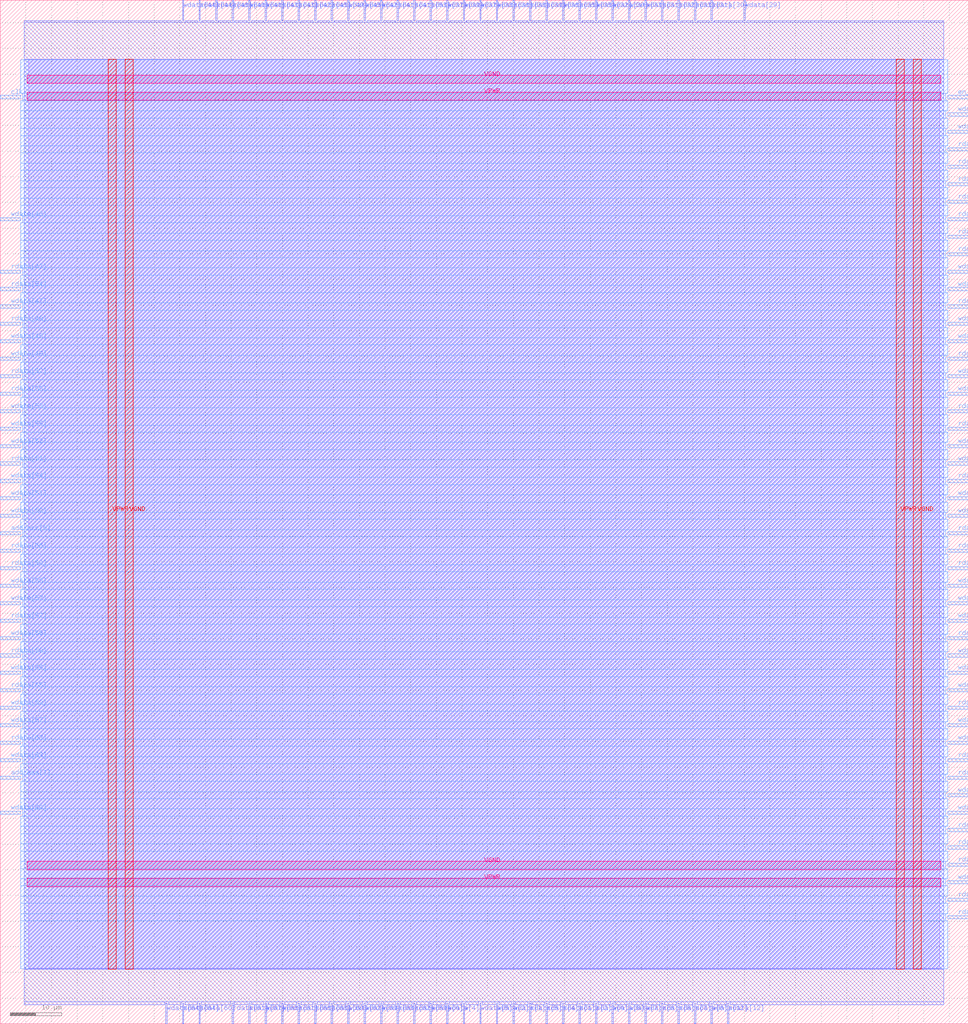
<source format=lef>
VERSION 5.7 ;
  NOWIREEXTENSIONATPIN ON ;
  DIVIDERCHAR "/" ;
  BUSBITCHARS "[]" ;
MACRO dff_ram_4x72
  CLASS BLOCK ;
  FOREIGN dff_ram_4x72 ;
  ORIGIN 0.000 0.000 ;
  SIZE 188.680 BY 199.400 ;
  PIN VGND
    DIRECTION INOUT ;
    USE GROUND ;
    PORT
      LAYER met4 ;
        RECT 24.340 10.640 25.940 187.920 ;
    END
    PORT
      LAYER met4 ;
        RECT 177.940 10.640 179.540 187.920 ;
    END
    PORT
      LAYER met5 ;
        RECT 5.280 30.030 183.320 31.630 ;
    END
    PORT
      LAYER met5 ;
        RECT 5.280 183.210 183.320 184.810 ;
    END
  END VGND
  PIN VPWR
    DIRECTION INOUT ;
    USE POWER ;
    PORT
      LAYER met4 ;
        RECT 21.040 10.640 22.640 187.920 ;
    END
    PORT
      LAYER met4 ;
        RECT 174.640 10.640 176.240 187.920 ;
    END
    PORT
      LAYER met5 ;
        RECT 5.280 26.730 183.320 28.330 ;
    END
    PORT
      LAYER met5 ;
        RECT 5.280 179.910 183.320 181.510 ;
    END
  END VPWR
  PIN address[0]
    DIRECTION INPUT ;
    USE SIGNAL ;
    ANTENNAGATEAREA 0.213000 ;
    PORT
      LAYER met3 ;
        RECT 0.000 95.240 4.000 95.840 ;
    END
  END address[0]
  PIN address[1]
    DIRECTION INPUT ;
    USE SIGNAL ;
    ANTENNAGATEAREA 0.213000 ;
    PORT
      LAYER met3 ;
        RECT 0.000 47.640 4.000 48.240 ;
    END
  END address[1]
  PIN clk
    DIRECTION INPUT ;
    USE SIGNAL ;
    ANTENNAGATEAREA 0.852000 ;
    PORT
      LAYER met3 ;
        RECT 0.000 180.240 4.000 180.840 ;
    END
  END clk
  PIN en_n
    DIRECTION INPUT ;
    USE SIGNAL ;
    ANTENNAGATEAREA 0.196500 ;
    PORT
      LAYER met3 ;
        RECT 184.680 180.240 188.680 180.840 ;
    END
  END en_n
  PIN rdata[0]
    DIRECTION OUTPUT TRISTATE ;
    USE SIGNAL ;
    ANTENNADIFFAREA 0.795200 ;
    PORT
      LAYER met2 ;
        RECT 116.010 0.000 116.290 4.000 ;
    END
  END rdata[0]
  PIN rdata[10]
    DIRECTION OUTPUT TRISTATE ;
    USE SIGNAL ;
    ANTENNADIFFAREA 0.445500 ;
    PORT
      LAYER met3 ;
        RECT 184.680 20.440 188.680 21.040 ;
    END
  END rdata[10]
  PIN rdata[11]
    DIRECTION OUTPUT TRISTATE ;
    USE SIGNAL ;
    ANTENNADIFFAREA 0.795200 ;
    PORT
      LAYER met3 ;
        RECT 184.680 47.640 188.680 48.240 ;
    END
  END rdata[11]
  PIN rdata[12]
    DIRECTION OUTPUT TRISTATE ;
    USE SIGNAL ;
    ANTENNADIFFAREA 0.795200 ;
    PORT
      LAYER met2 ;
        RECT 141.770 0.000 142.050 4.000 ;
    END
  END rdata[12]
  PIN rdata[13]
    DIRECTION OUTPUT TRISTATE ;
    USE SIGNAL ;
    ANTENNADIFFAREA 0.445500 ;
    PORT
      LAYER met3 ;
        RECT 184.680 30.640 188.680 31.240 ;
    END
  END rdata[13]
  PIN rdata[14]
    DIRECTION OUTPUT TRISTATE ;
    USE SIGNAL ;
    ANTENNADIFFAREA 0.795200 ;
    PORT
      LAYER met3 ;
        RECT 184.680 37.440 188.680 38.040 ;
    END
  END rdata[14]
  PIN rdata[15]
    DIRECTION OUTPUT TRISTATE ;
    USE SIGNAL ;
    ANTENNADIFFAREA 0.445500 ;
    PORT
      LAYER met3 ;
        RECT 184.680 51.040 188.680 51.640 ;
    END
  END rdata[15]
  PIN rdata[16]
    DIRECTION OUTPUT TRISTATE ;
    USE SIGNAL ;
    ANTENNADIFFAREA 0.795200 ;
    PORT
      LAYER met3 ;
        RECT 184.680 91.840 188.680 92.440 ;
    END
  END rdata[16]
  PIN rdata[17]
    DIRECTION OUTPUT TRISTATE ;
    USE SIGNAL ;
    ANTENNADIFFAREA 0.445500 ;
    PORT
      LAYER met3 ;
        RECT 184.680 34.040 188.680 34.640 ;
    END
  END rdata[17]
  PIN rdata[18]
    DIRECTION OUTPUT TRISTATE ;
    USE SIGNAL ;
    ANTENNADIFFAREA 0.445500 ;
    PORT
      LAYER met3 ;
        RECT 184.680 88.440 188.680 89.040 ;
    END
  END rdata[18]
  PIN rdata[19]
    DIRECTION OUTPUT TRISTATE ;
    USE SIGNAL ;
    ANTENNADIFFAREA 0.445500 ;
    PORT
      LAYER met3 ;
        RECT 184.680 23.840 188.680 24.440 ;
    END
  END rdata[19]
  PIN rdata[1]
    DIRECTION OUTPUT TRISTATE ;
    USE SIGNAL ;
    ANTENNADIFFAREA 0.795200 ;
    PORT
      LAYER met2 ;
        RECT 109.570 0.000 109.850 4.000 ;
    END
  END rdata[1]
  PIN rdata[20]
    DIRECTION OUTPUT TRISTATE ;
    USE SIGNAL ;
    ANTENNADIFFAREA 0.795200 ;
    PORT
      LAYER met3 ;
        RECT 184.680 170.040 188.680 170.640 ;
    END
  END rdata[20]
  PIN rdata[21]
    DIRECTION OUTPUT TRISTATE ;
    USE SIGNAL ;
    ANTENNADIFFAREA 0.795200 ;
    PORT
      LAYER met3 ;
        RECT 184.680 119.040 188.680 119.640 ;
    END
  END rdata[21]
  PIN rdata[22]
    DIRECTION OUTPUT TRISTATE ;
    USE SIGNAL ;
    ANTENNADIFFAREA 0.445500 ;
    PORT
      LAYER met3 ;
        RECT 184.680 139.440 188.680 140.040 ;
    END
  END rdata[22]
  PIN rdata[23]
    DIRECTION OUTPUT TRISTATE ;
    USE SIGNAL ;
    ANTENNADIFFAREA 0.445500 ;
    PORT
      LAYER met3 ;
        RECT 184.680 166.640 188.680 167.240 ;
    END
  END rdata[23]
  PIN rdata[24]
    DIRECTION OUTPUT TRISTATE ;
    USE SIGNAL ;
    ANTENNADIFFAREA 0.445500 ;
    PORT
      LAYER met3 ;
        RECT 184.680 115.640 188.680 116.240 ;
    END
  END rdata[24]
  PIN rdata[25]
    DIRECTION OUTPUT TRISTATE ;
    USE SIGNAL ;
    ANTENNADIFFAREA 0.795200 ;
    PORT
      LAYER met3 ;
        RECT 184.680 149.640 188.680 150.240 ;
    END
  END rdata[25]
  PIN rdata[26]
    DIRECTION OUTPUT TRISTATE ;
    USE SIGNAL ;
    ANTENNADIFFAREA 0.445500 ;
    PORT
      LAYER met3 ;
        RECT 184.680 163.240 188.680 163.840 ;
    END
  END rdata[26]
  PIN rdata[27]
    DIRECTION OUTPUT TRISTATE ;
    USE SIGNAL ;
    ANTENNADIFFAREA 0.795200 ;
    PORT
      LAYER met3 ;
        RECT 184.680 153.040 188.680 153.640 ;
    END
  END rdata[27]
  PIN rdata[28]
    DIRECTION OUTPUT TRISTATE ;
    USE SIGNAL ;
    ANTENNADIFFAREA 0.795200 ;
    PORT
      LAYER met3 ;
        RECT 184.680 159.840 188.680 160.440 ;
    END
  END rdata[28]
  PIN rdata[29]
    DIRECTION OUTPUT TRISTATE ;
    USE SIGNAL ;
    ANTENNADIFFAREA 0.795200 ;
    PORT
      LAYER met3 ;
        RECT 184.680 156.440 188.680 157.040 ;
    END
  END rdata[29]
  PIN rdata[2]
    DIRECTION OUTPUT TRISTATE ;
    USE SIGNAL ;
    ANTENNADIFFAREA 0.795200 ;
    PORT
      LAYER met2 ;
        RECT 112.790 0.000 113.070 4.000 ;
    END
  END rdata[2]
  PIN rdata[30]
    DIRECTION OUTPUT TRISTATE ;
    USE SIGNAL ;
    ANTENNADIFFAREA 0.795200 ;
    PORT
      LAYER met2 ;
        RECT 138.550 195.400 138.830 199.400 ;
    END
  END rdata[30]
  PIN rdata[31]
    DIRECTION OUTPUT TRISTATE ;
    USE SIGNAL ;
    ANTENNADIFFAREA 0.795200 ;
    PORT
      LAYER met2 ;
        RECT 135.330 195.400 135.610 199.400 ;
    END
  END rdata[31]
  PIN rdata[32]
    DIRECTION OUTPUT TRISTATE ;
    USE SIGNAL ;
    ANTENNADIFFAREA 0.795200 ;
    PORT
      LAYER met2 ;
        RECT 128.890 195.400 129.170 199.400 ;
    END
  END rdata[32]
  PIN rdata[33]
    DIRECTION OUTPUT TRISTATE ;
    USE SIGNAL ;
    ANTENNADIFFAREA 0.795200 ;
    PORT
      LAYER met2 ;
        RECT 132.110 195.400 132.390 199.400 ;
    END
  END rdata[33]
  PIN rdata[34]
    DIRECTION OUTPUT TRISTATE ;
    USE SIGNAL ;
    ANTENNADIFFAREA 0.795200 ;
    PORT
      LAYER met3 ;
        RECT 184.680 129.240 188.680 129.840 ;
    END
  END rdata[34]
  PIN rdata[35]
    DIRECTION OUTPUT TRISTATE ;
    USE SIGNAL ;
    ANTENNADIFFAREA 0.795200 ;
    PORT
      LAYER met2 ;
        RECT 112.790 195.400 113.070 199.400 ;
    END
  END rdata[35]
  PIN rdata[36]
    DIRECTION OUTPUT TRISTATE ;
    USE SIGNAL ;
    ANTENNADIFFAREA 0.795200 ;
    PORT
      LAYER met2 ;
        RECT 106.350 195.400 106.630 199.400 ;
    END
  END rdata[36]
  PIN rdata[37]
    DIRECTION OUTPUT TRISTATE ;
    USE SIGNAL ;
    ANTENNADIFFAREA 0.795200 ;
    PORT
      LAYER met2 ;
        RECT 83.810 195.400 84.090 199.400 ;
    END
  END rdata[37]
  PIN rdata[38]
    DIRECTION OUTPUT TRISTATE ;
    USE SIGNAL ;
    ANTENNADIFFAREA 0.795200 ;
    PORT
      LAYER met2 ;
        RECT 99.910 195.400 100.190 199.400 ;
    END
  END rdata[38]
  PIN rdata[39]
    DIRECTION OUTPUT TRISTATE ;
    USE SIGNAL ;
    ANTENNADIFFAREA 0.795200 ;
    PORT
      LAYER met2 ;
        RECT 103.130 195.400 103.410 199.400 ;
    END
  END rdata[39]
  PIN rdata[3]
    DIRECTION OUTPUT TRISTATE ;
    USE SIGNAL ;
    ANTENNADIFFAREA 0.445500 ;
    PORT
      LAYER met3 ;
        RECT 184.680 74.840 188.680 75.440 ;
    END
  END rdata[3]
  PIN rdata[40]
    DIRECTION OUTPUT TRISTATE ;
    USE SIGNAL ;
    ANTENNADIFFAREA 0.795200 ;
    PORT
      LAYER met2 ;
        RECT 45.170 195.400 45.450 199.400 ;
    END
  END rdata[40]
  PIN rdata[41]
    DIRECTION OUTPUT TRISTATE ;
    USE SIGNAL ;
    ANTENNADIFFAREA 0.795200 ;
    PORT
      LAYER met2 ;
        RECT 77.370 195.400 77.650 199.400 ;
    END
  END rdata[41]
  PIN rdata[42]
    DIRECTION OUTPUT TRISTATE ;
    USE SIGNAL ;
    ANTENNADIFFAREA 0.795200 ;
    PORT
      LAYER met2 ;
        RECT 58.050 195.400 58.330 199.400 ;
    END
  END rdata[42]
  PIN rdata[43]
    DIRECTION OUTPUT TRISTATE ;
    USE SIGNAL ;
    ANTENNADIFFAREA 0.795200 ;
    PORT
      LAYER met2 ;
        RECT 54.830 195.400 55.110 199.400 ;
    END
  END rdata[43]
  PIN rdata[44]
    DIRECTION OUTPUT TRISTATE ;
    USE SIGNAL ;
    ANTENNADIFFAREA 0.795200 ;
    PORT
      LAYER met2 ;
        RECT 38.730 195.400 39.010 199.400 ;
    END
  END rdata[44]
  PIN rdata[45]
    DIRECTION OUTPUT TRISTATE ;
    USE SIGNAL ;
    ANTENNADIFFAREA 0.795200 ;
    PORT
      LAYER met2 ;
        RECT 61.270 195.400 61.550 199.400 ;
    END
  END rdata[45]
  PIN rdata[46]
    DIRECTION OUTPUT TRISTATE ;
    USE SIGNAL ;
    ANTENNADIFFAREA 0.795200 ;
    PORT
      LAYER met2 ;
        RECT 41.950 195.400 42.230 199.400 ;
    END
  END rdata[46]
  PIN rdata[47]
    DIRECTION OUTPUT TRISTATE ;
    USE SIGNAL ;
    ANTENNADIFFAREA 0.795200 ;
    PORT
      LAYER met3 ;
        RECT 0.000 146.240 4.000 146.840 ;
    END
  END rdata[47]
  PIN rdata[48]
    DIRECTION OUTPUT TRISTATE ;
    USE SIGNAL ;
    ANTENNADIFFAREA 0.795200 ;
    PORT
      LAYER met3 ;
        RECT 0.000 136.040 4.000 136.640 ;
    END
  END rdata[48]
  PIN rdata[49]
    DIRECTION OUTPUT TRISTATE ;
    USE SIGNAL ;
    ANTENNADIFFAREA 0.795200 ;
    PORT
      LAYER met2 ;
        RECT 64.490 195.400 64.770 199.400 ;
    END
  END rdata[49]
  PIN rdata[4]
    DIRECTION OUTPUT TRISTATE ;
    USE SIGNAL ;
    ANTENNADIFFAREA 0.795200 ;
    PORT
      LAYER met2 ;
        RECT 106.350 0.000 106.630 4.000 ;
    END
  END rdata[4]
  PIN rdata[50]
    DIRECTION OUTPUT TRISTATE ;
    USE SIGNAL ;
    ANTENNADIFFAREA 0.795200 ;
    PORT
      LAYER met3 ;
        RECT 0.000 88.440 4.000 89.040 ;
    END
  END rdata[50]
  PIN rdata[51]
    DIRECTION OUTPUT TRISTATE ;
    USE SIGNAL ;
    ANTENNADIFFAREA 0.795200 ;
    PORT
      LAYER met3 ;
        RECT 0.000 108.840 4.000 109.440 ;
    END
  END rdata[51]
  PIN rdata[52]
    DIRECTION OUTPUT TRISTATE ;
    USE SIGNAL ;
    ANTENNADIFFAREA 0.795200 ;
    PORT
      LAYER met3 ;
        RECT 0.000 125.840 4.000 126.440 ;
    END
  END rdata[52]
  PIN rdata[53]
    DIRECTION OUTPUT TRISTATE ;
    USE SIGNAL ;
    ANTENNADIFFAREA 0.795200 ;
    PORT
      LAYER met2 ;
        RECT 80.590 195.400 80.870 199.400 ;
    END
  END rdata[53]
  PIN rdata[54]
    DIRECTION OUTPUT TRISTATE ;
    USE SIGNAL ;
    ANTENNADIFFAREA 0.795200 ;
    PORT
      LAYER met3 ;
        RECT 0.000 142.840 4.000 143.440 ;
    END
  END rdata[54]
  PIN rdata[55]
    DIRECTION OUTPUT TRISTATE ;
    USE SIGNAL ;
    ANTENNADIFFAREA 0.795200 ;
    PORT
      LAYER met3 ;
        RECT 0.000 122.440 4.000 123.040 ;
    END
  END rdata[55]
  PIN rdata[56]
    DIRECTION OUTPUT TRISTATE ;
    USE SIGNAL ;
    ANTENNADIFFAREA 0.795200 ;
    PORT
      LAYER met3 ;
        RECT 0.000 91.840 4.000 92.440 ;
    END
  END rdata[56]
  PIN rdata[57]
    DIRECTION OUTPUT TRISTATE ;
    USE SIGNAL ;
    ANTENNADIFFAREA 0.795200 ;
    PORT
      LAYER met3 ;
        RECT 0.000 78.240 4.000 78.840 ;
    END
  END rdata[57]
  PIN rdata[58]
    DIRECTION OUTPUT TRISTATE ;
    USE SIGNAL ;
    ANTENNADIFFAREA 0.795200 ;
    PORT
      LAYER met3 ;
        RECT 0.000 71.440 4.000 72.040 ;
    END
  END rdata[58]
  PIN rdata[59]
    DIRECTION OUTPUT TRISTATE ;
    USE SIGNAL ;
    ANTENNADIFFAREA 0.795200 ;
    PORT
      LAYER met2 ;
        RECT 80.590 0.000 80.870 4.000 ;
    END
  END rdata[59]
  PIN rdata[5]
    DIRECTION OUTPUT TRISTATE ;
    USE SIGNAL ;
    ANTENNADIFFAREA 0.795200 ;
    PORT
      LAYER met2 ;
        RECT 103.130 0.000 103.410 4.000 ;
    END
  END rdata[5]
  PIN rdata[60]
    DIRECTION OUTPUT TRISTATE ;
    USE SIGNAL ;
    ANTENNADIFFAREA 0.795200 ;
    PORT
      LAYER met2 ;
        RECT 38.730 0.000 39.010 4.000 ;
    END
  END rdata[60]
  PIN rdata[61]
    DIRECTION OUTPUT TRISTATE ;
    USE SIGNAL ;
    ANTENNADIFFAREA 0.795200 ;
    PORT
      LAYER met2 ;
        RECT 45.170 0.000 45.450 4.000 ;
    END
  END rdata[61]
  PIN rdata[62]
    DIRECTION OUTPUT TRISTATE ;
    USE SIGNAL ;
    ANTENNADIFFAREA 0.795200 ;
    PORT
      LAYER met2 ;
        RECT 77.370 0.000 77.650 4.000 ;
    END
  END rdata[62]
  PIN rdata[63]
    DIRECTION OUTPUT TRISTATE ;
    USE SIGNAL ;
    ANTENNADIFFAREA 0.795200 ;
    PORT
      LAYER met3 ;
        RECT 0.000 54.440 4.000 55.040 ;
    END
  END rdata[63]
  PIN rdata[64]
    DIRECTION OUTPUT TRISTATE ;
    USE SIGNAL ;
    ANTENNADIFFAREA 0.795200 ;
    PORT
      LAYER met2 ;
        RECT 35.510 0.000 35.790 4.000 ;
    END
  END rdata[64]
  PIN rdata[65]
    DIRECTION OUTPUT TRISTATE ;
    USE SIGNAL ;
    ANTENNADIFFAREA 0.795200 ;
    PORT
      LAYER met3 ;
        RECT 0.000 64.640 4.000 65.240 ;
    END
  END rdata[65]
  PIN rdata[66]
    DIRECTION OUTPUT TRISTATE ;
    USE SIGNAL ;
    ANTENNADIFFAREA 0.795200 ;
    PORT
      LAYER met2 ;
        RECT 58.050 0.000 58.330 4.000 ;
    END
  END rdata[66]
  PIN rdata[67]
    DIRECTION OUTPUT TRISTATE ;
    USE SIGNAL ;
    ANTENNADIFFAREA 0.795200 ;
    PORT
      LAYER met2 ;
        RECT 48.390 0.000 48.670 4.000 ;
    END
  END rdata[67]
  PIN rdata[68]
    DIRECTION OUTPUT TRISTATE ;
    USE SIGNAL ;
    ANTENNADIFFAREA 0.795200 ;
    PORT
      LAYER met2 ;
        RECT 61.270 0.000 61.550 4.000 ;
    END
  END rdata[68]
  PIN rdata[69]
    DIRECTION OUTPUT TRISTATE ;
    USE SIGNAL ;
    ANTENNADIFFAREA 0.795200 ;
    PORT
      LAYER met2 ;
        RECT 64.490 0.000 64.770 4.000 ;
    END
  END rdata[69]
  PIN rdata[6]
    DIRECTION OUTPUT TRISTATE ;
    USE SIGNAL ;
    ANTENNADIFFAREA 0.795200 ;
    PORT
      LAYER met2 ;
        RECT 135.330 0.000 135.610 4.000 ;
    END
  END rdata[6]
  PIN rdata[70]
    DIRECTION OUTPUT TRISTATE ;
    USE SIGNAL ;
    ANTENNADIFFAREA 0.795200 ;
    PORT
      LAYER met3 ;
        RECT 184.680 105.440 188.680 106.040 ;
    END
  END rdata[70]
  PIN rdata[71]
    DIRECTION OUTPUT TRISTATE ;
    USE SIGNAL ;
    ANTENNADIFFAREA 0.795200 ;
    PORT
      LAYER met3 ;
        RECT 184.680 95.240 188.680 95.840 ;
    END
  END rdata[71]
  PIN rdata[7]
    DIRECTION OUTPUT TRISTATE ;
    USE SIGNAL ;
    ANTENNADIFFAREA 0.795200 ;
    PORT
      LAYER met2 ;
        RECT 132.110 0.000 132.390 4.000 ;
    END
  END rdata[7]
  PIN rdata[8]
    DIRECTION OUTPUT TRISTATE ;
    USE SIGNAL ;
    ANTENNADIFFAREA 0.795200 ;
    PORT
      LAYER met2 ;
        RECT 128.890 0.000 129.170 4.000 ;
    END
  END rdata[8]
  PIN rdata[9]
    DIRECTION OUTPUT TRISTATE ;
    USE SIGNAL ;
    ANTENNADIFFAREA 0.795200 ;
    PORT
      LAYER met3 ;
        RECT 184.680 61.240 188.680 61.840 ;
    END
  END rdata[9]
  PIN wdata[0]
    DIRECTION INPUT ;
    USE SIGNAL ;
    ANTENNAGATEAREA 0.196500 ;
    PORT
      LAYER met2 ;
        RECT 83.810 0.000 84.090 4.000 ;
    END
  END wdata[0]
  PIN wdata[10]
    DIRECTION INPUT ;
    USE SIGNAL ;
    ANTENNAGATEAREA 0.196500 ;
    PORT
      LAYER met3 ;
        RECT 184.680 54.440 188.680 55.040 ;
    END
  END wdata[10]
  PIN wdata[11]
    DIRECTION INPUT ;
    USE SIGNAL ;
    ANTENNAGATEAREA 0.196500 ;
    PORT
      LAYER met3 ;
        RECT 184.680 44.240 188.680 44.840 ;
    END
  END wdata[11]
  PIN wdata[12]
    DIRECTION INPUT ;
    USE SIGNAL ;
    ANTENNAGATEAREA 0.196500 ;
    PORT
      LAYER met2 ;
        RECT 138.550 0.000 138.830 4.000 ;
    END
  END wdata[12]
  PIN wdata[13]
    DIRECTION INPUT ;
    USE SIGNAL ;
    ANTENNAGATEAREA 0.196500 ;
    PORT
      LAYER met3 ;
        RECT 184.680 71.440 188.680 72.040 ;
    END
  END wdata[13]
  PIN wdata[14]
    DIRECTION INPUT ;
    USE SIGNAL ;
    ANTENNAGATEAREA 0.196500 ;
    PORT
      LAYER met3 ;
        RECT 184.680 40.840 188.680 41.440 ;
    END
  END wdata[14]
  PIN wdata[15]
    DIRECTION INPUT ;
    USE SIGNAL ;
    ANTENNAGATEAREA 0.196500 ;
    PORT
      LAYER met3 ;
        RECT 184.680 57.840 188.680 58.440 ;
    END
  END wdata[15]
  PIN wdata[16]
    DIRECTION INPUT ;
    USE SIGNAL ;
    ANTENNAGATEAREA 0.196500 ;
    PORT
      LAYER met3 ;
        RECT 184.680 81.640 188.680 82.240 ;
    END
  END wdata[16]
  PIN wdata[17]
    DIRECTION INPUT ;
    USE SIGNAL ;
    ANTENNAGATEAREA 0.196500 ;
    PORT
      LAYER met3 ;
        RECT 184.680 68.040 188.680 68.640 ;
    END
  END wdata[17]
  PIN wdata[18]
    DIRECTION INPUT ;
    USE SIGNAL ;
    ANTENNAGATEAREA 0.196500 ;
    PORT
      LAYER met3 ;
        RECT 184.680 85.040 188.680 85.640 ;
    END
  END wdata[18]
  PIN wdata[19]
    DIRECTION INPUT ;
    USE SIGNAL ;
    ANTENNAGATEAREA 0.196500 ;
    PORT
      LAYER met3 ;
        RECT 184.680 27.240 188.680 27.840 ;
    END
  END wdata[19]
  PIN wdata[1]
    DIRECTION INPUT ;
    USE SIGNAL ;
    ANTENNAGATEAREA 0.196500 ;
    PORT
      LAYER met2 ;
        RECT 99.910 0.000 100.190 4.000 ;
    END
  END wdata[1]
  PIN wdata[20]
    DIRECTION INPUT ;
    USE SIGNAL ;
    ANTENNAGATEAREA 0.196500 ;
    PORT
      LAYER met3 ;
        RECT 184.680 122.440 188.680 123.040 ;
    END
  END wdata[20]
  PIN wdata[21]
    DIRECTION INPUT ;
    USE SIGNAL ;
    ANTENNAGATEAREA 0.196500 ;
    PORT
      LAYER met3 ;
        RECT 184.680 108.840 188.680 109.440 ;
    END
  END wdata[21]
  PIN wdata[22]
    DIRECTION INPUT ;
    USE SIGNAL ;
    ANTENNAGATEAREA 0.196500 ;
    PORT
      LAYER met3 ;
        RECT 184.680 136.040 188.680 136.640 ;
    END
  END wdata[22]
  PIN wdata[23]
    DIRECTION INPUT ;
    USE SIGNAL ;
    ANTENNAGATEAREA 0.196500 ;
    PORT
      LAYER met3 ;
        RECT 184.680 132.640 188.680 133.240 ;
    END
  END wdata[23]
  PIN wdata[24]
    DIRECTION INPUT ;
    USE SIGNAL ;
    ANTENNAGATEAREA 0.196500 ;
    PORT
      LAYER met3 ;
        RECT 184.680 173.440 188.680 174.040 ;
    END
  END wdata[24]
  PIN wdata[25]
    DIRECTION INPUT ;
    USE SIGNAL ;
    ANTENNAGATEAREA 0.196500 ;
    PORT
      LAYER met3 ;
        RECT 184.680 112.240 188.680 112.840 ;
    END
  END wdata[25]
  PIN wdata[26]
    DIRECTION INPUT ;
    USE SIGNAL ;
    ANTENNAGATEAREA 0.196500 ;
    PORT
      LAYER met3 ;
        RECT 184.680 176.840 188.680 177.440 ;
    END
  END wdata[26]
  PIN wdata[27]
    DIRECTION INPUT ;
    USE SIGNAL ;
    ANTENNAGATEAREA 0.196500 ;
    PORT
      LAYER met3 ;
        RECT 184.680 146.240 188.680 146.840 ;
    END
  END wdata[27]
  PIN wdata[28]
    DIRECTION INPUT ;
    USE SIGNAL ;
    ANTENNAGATEAREA 0.196500 ;
    PORT
      LAYER met3 ;
        RECT 184.680 142.840 188.680 143.440 ;
    END
  END wdata[28]
  PIN wdata[29]
    DIRECTION INPUT ;
    USE SIGNAL ;
    ANTENNAGATEAREA 0.196500 ;
    PORT
      LAYER met2 ;
        RECT 144.990 195.400 145.270 199.400 ;
    END
  END wdata[29]
  PIN wdata[2]
    DIRECTION INPUT ;
    USE SIGNAL ;
    ANTENNAGATEAREA 0.196500 ;
    PORT
      LAYER met2 ;
        RECT 96.690 0.000 96.970 4.000 ;
    END
  END wdata[2]
  PIN wdata[30]
    DIRECTION INPUT ;
    USE SIGNAL ;
    ANTENNAGATEAREA 0.196500 ;
    PORT
      LAYER met2 ;
        RECT 119.230 195.400 119.510 199.400 ;
    END
  END wdata[30]
  PIN wdata[31]
    DIRECTION INPUT ;
    USE SIGNAL ;
    ANTENNAGATEAREA 0.196500 ;
    PORT
      LAYER met2 ;
        RECT 125.670 195.400 125.950 199.400 ;
    END
  END wdata[31]
  PIN wdata[32]
    DIRECTION INPUT ;
    USE SIGNAL ;
    ANTENNAGATEAREA 0.196500 ;
    PORT
      LAYER met2 ;
        RECT 116.010 195.400 116.290 199.400 ;
    END
  END wdata[32]
  PIN wdata[33]
    DIRECTION INPUT ;
    USE SIGNAL ;
    ANTENNAGATEAREA 0.196500 ;
    PORT
      LAYER met2 ;
        RECT 122.450 195.400 122.730 199.400 ;
    END
  END wdata[33]
  PIN wdata[34]
    DIRECTION INPUT ;
    USE SIGNAL ;
    ANTENNAGATEAREA 0.196500 ;
    PORT
      LAYER met3 ;
        RECT 184.680 125.840 188.680 126.440 ;
    END
  END wdata[34]
  PIN wdata[35]
    DIRECTION INPUT ;
    USE SIGNAL ;
    ANTENNAGATEAREA 0.196500 ;
    PORT
      LAYER met2 ;
        RECT 109.570 195.400 109.850 199.400 ;
    END
  END wdata[35]
  PIN wdata[36]
    DIRECTION INPUT ;
    USE SIGNAL ;
    ANTENNAGATEAREA 0.196500 ;
    PORT
      LAYER met2 ;
        RECT 96.690 195.400 96.970 199.400 ;
    END
  END wdata[36]
  PIN wdata[37]
    DIRECTION INPUT ;
    USE SIGNAL ;
    ANTENNAGATEAREA 0.196500 ;
    PORT
      LAYER met2 ;
        RECT 90.250 195.400 90.530 199.400 ;
    END
  END wdata[37]
  PIN wdata[38]
    DIRECTION INPUT ;
    USE SIGNAL ;
    ANTENNAGATEAREA 0.196500 ;
    PORT
      LAYER met2 ;
        RECT 93.470 195.400 93.750 199.400 ;
    END
  END wdata[38]
  PIN wdata[39]
    DIRECTION INPUT ;
    USE SIGNAL ;
    ANTENNAGATEAREA 0.196500 ;
    PORT
      LAYER met2 ;
        RECT 87.030 195.400 87.310 199.400 ;
    END
  END wdata[39]
  PIN wdata[3]
    DIRECTION INPUT ;
    USE SIGNAL ;
    ANTENNAGATEAREA 0.196500 ;
    PORT
      LAYER met3 ;
        RECT 184.680 78.240 188.680 78.840 ;
    END
  END wdata[3]
  PIN wdata[40]
    DIRECTION INPUT ;
    USE SIGNAL ;
    ANTENNAGATEAREA 0.196500 ;
    PORT
      LAYER met2 ;
        RECT 48.390 195.400 48.670 199.400 ;
    END
  END wdata[40]
  PIN wdata[41]
    DIRECTION INPUT ;
    USE SIGNAL ;
    ANTENNAGATEAREA 0.196500 ;
    PORT
      LAYER met2 ;
        RECT 74.150 195.400 74.430 199.400 ;
    END
  END wdata[41]
  PIN wdata[42]
    DIRECTION INPUT ;
    USE SIGNAL ;
    ANTENNAGATEAREA 0.196500 ;
    PORT
      LAYER met2 ;
        RECT 70.930 195.400 71.210 199.400 ;
    END
  END wdata[42]
  PIN wdata[43]
    DIRECTION INPUT ;
    USE SIGNAL ;
    ANTENNAGATEAREA 0.196500 ;
    PORT
      LAYER met2 ;
        RECT 51.610 195.400 51.890 199.400 ;
    END
  END wdata[43]
  PIN wdata[44]
    DIRECTION INPUT ;
    USE SIGNAL ;
    ANTENNAGATEAREA 0.196500 ;
    PORT
      LAYER met2 ;
        RECT 35.510 195.400 35.790 199.400 ;
    END
  END wdata[44]
  PIN wdata[45]
    DIRECTION INPUT ;
    USE SIGNAL ;
    ANTENNAGATEAREA 0.196500 ;
    PORT
      LAYER met2 ;
        RECT 67.710 195.400 67.990 199.400 ;
    END
  END wdata[45]
  PIN wdata[46]
    DIRECTION INPUT ;
    USE SIGNAL ;
    ANTENNAGATEAREA 0.196500 ;
    PORT
      LAYER met3 ;
        RECT 0.000 156.440 4.000 157.040 ;
    END
  END wdata[46]
  PIN wdata[47]
    DIRECTION INPUT ;
    USE SIGNAL ;
    ANTENNAGATEAREA 0.196500 ;
    PORT
      LAYER met3 ;
        RECT 0.000 139.440 4.000 140.040 ;
    END
  END wdata[47]
  PIN wdata[48]
    DIRECTION INPUT ;
    USE SIGNAL ;
    ANTENNAGATEAREA 0.196500 ;
    PORT
      LAYER met3 ;
        RECT 0.000 132.640 4.000 133.240 ;
    END
  END wdata[48]
  PIN wdata[49]
    DIRECTION INPUT ;
    USE SIGNAL ;
    ANTENNAGATEAREA 0.196500 ;
    PORT
      LAYER met3 ;
        RECT 0.000 129.240 4.000 129.840 ;
    END
  END wdata[49]
  PIN wdata[4]
    DIRECTION INPUT ;
    USE SIGNAL ;
    ANTENNAGATEAREA 0.196500 ;
    PORT
      LAYER met2 ;
        RECT 87.030 0.000 87.310 4.000 ;
    END
  END wdata[4]
  PIN wdata[50]
    DIRECTION INPUT ;
    USE SIGNAL ;
    ANTENNAGATEAREA 0.196500 ;
    PORT
      LAYER met3 ;
        RECT 0.000 98.640 4.000 99.240 ;
    END
  END wdata[50]
  PIN wdata[51]
    DIRECTION INPUT ;
    USE SIGNAL ;
    ANTENNAGATEAREA 0.196500 ;
    PORT
      LAYER met3 ;
        RECT 0.000 102.040 4.000 102.640 ;
    END
  END wdata[51]
  PIN wdata[52]
    DIRECTION INPUT ;
    USE SIGNAL ;
    ANTENNAGATEAREA 0.196500 ;
    PORT
      LAYER met3 ;
        RECT 0.000 112.240 4.000 112.840 ;
    END
  END wdata[52]
  PIN wdata[53]
    DIRECTION INPUT ;
    USE SIGNAL ;
    ANTENNAGATEAREA 0.196500 ;
    PORT
      LAYER met3 ;
        RECT 0.000 119.040 4.000 119.640 ;
    END
  END wdata[53]
  PIN wdata[54]
    DIRECTION INPUT ;
    USE SIGNAL ;
    ANTENNAGATEAREA 0.196500 ;
    PORT
      LAYER met3 ;
        RECT 0.000 105.440 4.000 106.040 ;
    END
  END wdata[54]
  PIN wdata[55]
    DIRECTION INPUT ;
    USE SIGNAL ;
    ANTENNAGATEAREA 0.196500 ;
    PORT
      LAYER met3 ;
        RECT 0.000 115.640 4.000 116.240 ;
    END
  END wdata[55]
  PIN wdata[56]
    DIRECTION INPUT ;
    USE SIGNAL ;
    ANTENNAGATEAREA 0.196500 ;
    PORT
      LAYER met3 ;
        RECT 0.000 85.040 4.000 85.640 ;
    END
  END wdata[56]
  PIN wdata[57]
    DIRECTION INPUT ;
    USE SIGNAL ;
    ANTENNAGATEAREA 0.196500 ;
    PORT
      LAYER met3 ;
        RECT 0.000 81.640 4.000 82.240 ;
    END
  END wdata[57]
  PIN wdata[58]
    DIRECTION INPUT ;
    USE SIGNAL ;
    ANTENNAGATEAREA 0.196500 ;
    PORT
      LAYER met3 ;
        RECT 0.000 74.840 4.000 75.440 ;
    END
  END wdata[58]
  PIN wdata[59]
    DIRECTION INPUT ;
    USE SIGNAL ;
    ANTENNAGATEAREA 0.196500 ;
    PORT
      LAYER met3 ;
        RECT 0.000 61.240 4.000 61.840 ;
    END
  END wdata[59]
  PIN wdata[5]
    DIRECTION INPUT ;
    USE SIGNAL ;
    ANTENNAGATEAREA 0.196500 ;
    PORT
      LAYER met2 ;
        RECT 93.470 0.000 93.750 4.000 ;
    END
  END wdata[5]
  PIN wdata[60]
    DIRECTION INPUT ;
    USE SIGNAL ;
    ANTENNAGATEAREA 0.196500 ;
    PORT
      LAYER met3 ;
        RECT 0.000 40.840 4.000 41.440 ;
    END
  END wdata[60]
  PIN wdata[61]
    DIRECTION INPUT ;
    USE SIGNAL ;
    ANTENNAGATEAREA 0.196500 ;
    PORT
      LAYER met2 ;
        RECT 54.830 0.000 55.110 4.000 ;
    END
  END wdata[61]
  PIN wdata[62]
    DIRECTION INPUT ;
    USE SIGNAL ;
    ANTENNAGATEAREA 0.196500 ;
    PORT
      LAYER met2 ;
        RECT 67.710 0.000 67.990 4.000 ;
    END
  END wdata[62]
  PIN wdata[63]
    DIRECTION INPUT ;
    USE SIGNAL ;
    ANTENNAGATEAREA 0.196500 ;
    PORT
      LAYER met3 ;
        RECT 0.000 51.040 4.000 51.640 ;
    END
  END wdata[63]
  PIN wdata[64]
    DIRECTION INPUT ;
    USE SIGNAL ;
    ANTENNAGATEAREA 0.196500 ;
    PORT
      LAYER met2 ;
        RECT 32.290 0.000 32.570 4.000 ;
    END
  END wdata[64]
  PIN wdata[65]
    DIRECTION INPUT ;
    USE SIGNAL ;
    ANTENNAGATEAREA 0.196500 ;
    PORT
      LAYER met3 ;
        RECT 0.000 68.040 4.000 68.640 ;
    END
  END wdata[65]
  PIN wdata[66]
    DIRECTION INPUT ;
    USE SIGNAL ;
    ANTENNAGATEAREA 0.196500 ;
    PORT
      LAYER met2 ;
        RECT 51.610 0.000 51.890 4.000 ;
    END
  END wdata[66]
  PIN wdata[67]
    DIRECTION INPUT ;
    USE SIGNAL ;
    ANTENNAGATEAREA 0.196500 ;
    PORT
      LAYER met3 ;
        RECT 0.000 57.840 4.000 58.440 ;
    END
  END wdata[67]
  PIN wdata[68]
    DIRECTION INPUT ;
    USE SIGNAL ;
    ANTENNAGATEAREA 0.196500 ;
    PORT
      LAYER met2 ;
        RECT 74.150 0.000 74.430 4.000 ;
    END
  END wdata[68]
  PIN wdata[69]
    DIRECTION INPUT ;
    USE SIGNAL ;
    ANTENNAGATEAREA 0.196500 ;
    PORT
      LAYER met2 ;
        RECT 70.930 0.000 71.210 4.000 ;
    END
  END wdata[69]
  PIN wdata[6]
    DIRECTION INPUT ;
    USE SIGNAL ;
    ANTENNAGATEAREA 0.196500 ;
    PORT
      LAYER met2 ;
        RECT 125.670 0.000 125.950 4.000 ;
    END
  END wdata[6]
  PIN wdata[70]
    DIRECTION INPUT ;
    USE SIGNAL ;
    ANTENNAGATEAREA 0.196500 ;
    PORT
      LAYER met3 ;
        RECT 184.680 102.040 188.680 102.640 ;
    END
  END wdata[70]
  PIN wdata[71]
    DIRECTION INPUT ;
    USE SIGNAL ;
    ANTENNAGATEAREA 0.196500 ;
    PORT
      LAYER met3 ;
        RECT 184.680 98.640 188.680 99.240 ;
    END
  END wdata[71]
  PIN wdata[7]
    DIRECTION INPUT ;
    USE SIGNAL ;
    ANTENNAGATEAREA 0.196500 ;
    PORT
      LAYER met2 ;
        RECT 122.450 0.000 122.730 4.000 ;
    END
  END wdata[7]
  PIN wdata[8]
    DIRECTION INPUT ;
    USE SIGNAL ;
    ANTENNAGATEAREA 0.196500 ;
    PORT
      LAYER met2 ;
        RECT 119.230 0.000 119.510 4.000 ;
    END
  END wdata[8]
  PIN wdata[9]
    DIRECTION INPUT ;
    USE SIGNAL ;
    ANTENNAGATEAREA 0.196500 ;
    PORT
      LAYER met3 ;
        RECT 184.680 64.640 188.680 65.240 ;
    END
  END wdata[9]
  PIN wr
    DIRECTION INPUT ;
    USE SIGNAL ;
    ANTENNAGATEAREA 0.196500 ;
    PORT
      LAYER met2 ;
        RECT 90.250 0.000 90.530 4.000 ;
    END
  END wr
  OBS
      LAYER li1 ;
        RECT 5.520 10.795 183.080 187.765 ;
      LAYER met1 ;
        RECT 4.670 10.640 183.930 187.920 ;
      LAYER met2 ;
        RECT 4.690 195.120 35.230 195.400 ;
        RECT 36.070 195.120 38.450 195.400 ;
        RECT 39.290 195.120 41.670 195.400 ;
        RECT 42.510 195.120 44.890 195.400 ;
        RECT 45.730 195.120 48.110 195.400 ;
        RECT 48.950 195.120 51.330 195.400 ;
        RECT 52.170 195.120 54.550 195.400 ;
        RECT 55.390 195.120 57.770 195.400 ;
        RECT 58.610 195.120 60.990 195.400 ;
        RECT 61.830 195.120 64.210 195.400 ;
        RECT 65.050 195.120 67.430 195.400 ;
        RECT 68.270 195.120 70.650 195.400 ;
        RECT 71.490 195.120 73.870 195.400 ;
        RECT 74.710 195.120 77.090 195.400 ;
        RECT 77.930 195.120 80.310 195.400 ;
        RECT 81.150 195.120 83.530 195.400 ;
        RECT 84.370 195.120 86.750 195.400 ;
        RECT 87.590 195.120 89.970 195.400 ;
        RECT 90.810 195.120 93.190 195.400 ;
        RECT 94.030 195.120 96.410 195.400 ;
        RECT 97.250 195.120 99.630 195.400 ;
        RECT 100.470 195.120 102.850 195.400 ;
        RECT 103.690 195.120 106.070 195.400 ;
        RECT 106.910 195.120 109.290 195.400 ;
        RECT 110.130 195.120 112.510 195.400 ;
        RECT 113.350 195.120 115.730 195.400 ;
        RECT 116.570 195.120 118.950 195.400 ;
        RECT 119.790 195.120 122.170 195.400 ;
        RECT 123.010 195.120 125.390 195.400 ;
        RECT 126.230 195.120 128.610 195.400 ;
        RECT 129.450 195.120 131.830 195.400 ;
        RECT 132.670 195.120 135.050 195.400 ;
        RECT 135.890 195.120 138.270 195.400 ;
        RECT 139.110 195.120 144.710 195.400 ;
        RECT 145.550 195.120 183.900 195.400 ;
        RECT 4.690 4.280 183.900 195.120 ;
        RECT 4.690 3.670 32.010 4.280 ;
        RECT 32.850 3.670 35.230 4.280 ;
        RECT 36.070 3.670 38.450 4.280 ;
        RECT 39.290 3.670 44.890 4.280 ;
        RECT 45.730 3.670 48.110 4.280 ;
        RECT 48.950 3.670 51.330 4.280 ;
        RECT 52.170 3.670 54.550 4.280 ;
        RECT 55.390 3.670 57.770 4.280 ;
        RECT 58.610 3.670 60.990 4.280 ;
        RECT 61.830 3.670 64.210 4.280 ;
        RECT 65.050 3.670 67.430 4.280 ;
        RECT 68.270 3.670 70.650 4.280 ;
        RECT 71.490 3.670 73.870 4.280 ;
        RECT 74.710 3.670 77.090 4.280 ;
        RECT 77.930 3.670 80.310 4.280 ;
        RECT 81.150 3.670 83.530 4.280 ;
        RECT 84.370 3.670 86.750 4.280 ;
        RECT 87.590 3.670 89.970 4.280 ;
        RECT 90.810 3.670 93.190 4.280 ;
        RECT 94.030 3.670 96.410 4.280 ;
        RECT 97.250 3.670 99.630 4.280 ;
        RECT 100.470 3.670 102.850 4.280 ;
        RECT 103.690 3.670 106.070 4.280 ;
        RECT 106.910 3.670 109.290 4.280 ;
        RECT 110.130 3.670 112.510 4.280 ;
        RECT 113.350 3.670 115.730 4.280 ;
        RECT 116.570 3.670 118.950 4.280 ;
        RECT 119.790 3.670 122.170 4.280 ;
        RECT 123.010 3.670 125.390 4.280 ;
        RECT 126.230 3.670 128.610 4.280 ;
        RECT 129.450 3.670 131.830 4.280 ;
        RECT 132.670 3.670 135.050 4.280 ;
        RECT 135.890 3.670 138.270 4.280 ;
        RECT 139.110 3.670 141.490 4.280 ;
        RECT 142.330 3.670 183.900 4.280 ;
      LAYER met3 ;
        RECT 3.990 181.240 184.680 187.845 ;
        RECT 4.400 179.840 184.280 181.240 ;
        RECT 3.990 177.840 184.680 179.840 ;
        RECT 3.990 176.440 184.280 177.840 ;
        RECT 3.990 174.440 184.680 176.440 ;
        RECT 3.990 173.040 184.280 174.440 ;
        RECT 3.990 171.040 184.680 173.040 ;
        RECT 3.990 169.640 184.280 171.040 ;
        RECT 3.990 167.640 184.680 169.640 ;
        RECT 3.990 166.240 184.280 167.640 ;
        RECT 3.990 164.240 184.680 166.240 ;
        RECT 3.990 162.840 184.280 164.240 ;
        RECT 3.990 160.840 184.680 162.840 ;
        RECT 3.990 159.440 184.280 160.840 ;
        RECT 3.990 157.440 184.680 159.440 ;
        RECT 4.400 156.040 184.280 157.440 ;
        RECT 3.990 154.040 184.680 156.040 ;
        RECT 3.990 152.640 184.280 154.040 ;
        RECT 3.990 150.640 184.680 152.640 ;
        RECT 3.990 149.240 184.280 150.640 ;
        RECT 3.990 147.240 184.680 149.240 ;
        RECT 4.400 145.840 184.280 147.240 ;
        RECT 3.990 143.840 184.680 145.840 ;
        RECT 4.400 142.440 184.280 143.840 ;
        RECT 3.990 140.440 184.680 142.440 ;
        RECT 4.400 139.040 184.280 140.440 ;
        RECT 3.990 137.040 184.680 139.040 ;
        RECT 4.400 135.640 184.280 137.040 ;
        RECT 3.990 133.640 184.680 135.640 ;
        RECT 4.400 132.240 184.280 133.640 ;
        RECT 3.990 130.240 184.680 132.240 ;
        RECT 4.400 128.840 184.280 130.240 ;
        RECT 3.990 126.840 184.680 128.840 ;
        RECT 4.400 125.440 184.280 126.840 ;
        RECT 3.990 123.440 184.680 125.440 ;
        RECT 4.400 122.040 184.280 123.440 ;
        RECT 3.990 120.040 184.680 122.040 ;
        RECT 4.400 118.640 184.280 120.040 ;
        RECT 3.990 116.640 184.680 118.640 ;
        RECT 4.400 115.240 184.280 116.640 ;
        RECT 3.990 113.240 184.680 115.240 ;
        RECT 4.400 111.840 184.280 113.240 ;
        RECT 3.990 109.840 184.680 111.840 ;
        RECT 4.400 108.440 184.280 109.840 ;
        RECT 3.990 106.440 184.680 108.440 ;
        RECT 4.400 105.040 184.280 106.440 ;
        RECT 3.990 103.040 184.680 105.040 ;
        RECT 4.400 101.640 184.280 103.040 ;
        RECT 3.990 99.640 184.680 101.640 ;
        RECT 4.400 98.240 184.280 99.640 ;
        RECT 3.990 96.240 184.680 98.240 ;
        RECT 4.400 94.840 184.280 96.240 ;
        RECT 3.990 92.840 184.680 94.840 ;
        RECT 4.400 91.440 184.280 92.840 ;
        RECT 3.990 89.440 184.680 91.440 ;
        RECT 4.400 88.040 184.280 89.440 ;
        RECT 3.990 86.040 184.680 88.040 ;
        RECT 4.400 84.640 184.280 86.040 ;
        RECT 3.990 82.640 184.680 84.640 ;
        RECT 4.400 81.240 184.280 82.640 ;
        RECT 3.990 79.240 184.680 81.240 ;
        RECT 4.400 77.840 184.280 79.240 ;
        RECT 3.990 75.840 184.680 77.840 ;
        RECT 4.400 74.440 184.280 75.840 ;
        RECT 3.990 72.440 184.680 74.440 ;
        RECT 4.400 71.040 184.280 72.440 ;
        RECT 3.990 69.040 184.680 71.040 ;
        RECT 4.400 67.640 184.280 69.040 ;
        RECT 3.990 65.640 184.680 67.640 ;
        RECT 4.400 64.240 184.280 65.640 ;
        RECT 3.990 62.240 184.680 64.240 ;
        RECT 4.400 60.840 184.280 62.240 ;
        RECT 3.990 58.840 184.680 60.840 ;
        RECT 4.400 57.440 184.280 58.840 ;
        RECT 3.990 55.440 184.680 57.440 ;
        RECT 4.400 54.040 184.280 55.440 ;
        RECT 3.990 52.040 184.680 54.040 ;
        RECT 4.400 50.640 184.280 52.040 ;
        RECT 3.990 48.640 184.680 50.640 ;
        RECT 4.400 47.240 184.280 48.640 ;
        RECT 3.990 45.240 184.680 47.240 ;
        RECT 3.990 43.840 184.280 45.240 ;
        RECT 3.990 41.840 184.680 43.840 ;
        RECT 4.400 40.440 184.280 41.840 ;
        RECT 3.990 38.440 184.680 40.440 ;
        RECT 3.990 37.040 184.280 38.440 ;
        RECT 3.990 35.040 184.680 37.040 ;
        RECT 3.990 33.640 184.280 35.040 ;
        RECT 3.990 31.640 184.680 33.640 ;
        RECT 3.990 30.240 184.280 31.640 ;
        RECT 3.990 28.240 184.680 30.240 ;
        RECT 3.990 26.840 184.280 28.240 ;
        RECT 3.990 24.840 184.680 26.840 ;
        RECT 3.990 23.440 184.280 24.840 ;
        RECT 3.990 21.440 184.680 23.440 ;
        RECT 3.990 20.040 184.280 21.440 ;
        RECT 3.990 10.715 184.680 20.040 ;
  END
END dff_ram_4x72
END LIBRARY


</source>
